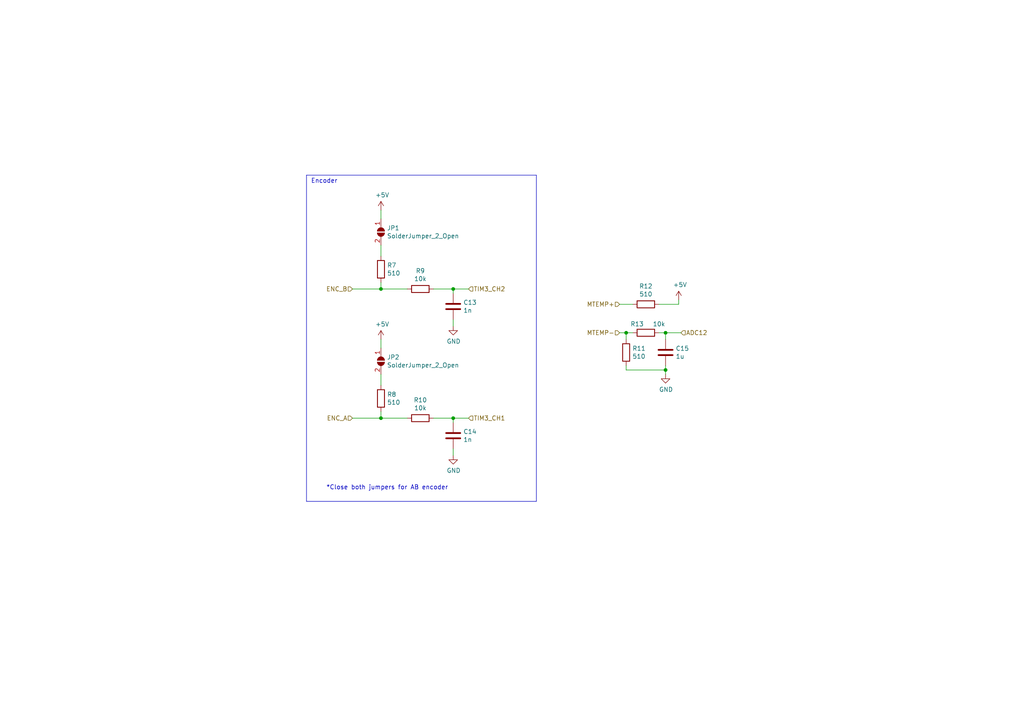
<source format=kicad_sch>
(kicad_sch (version 20230121) (generator eeschema)
  (paper "A4")
  (lib_symbols
    (symbol "Device:C" (pin_numbers hide) (pin_names (offset 0.254))
      (property "Reference" "C" (at 0.635 2.54 0))
      (property "Value" "C" (at 0.635 -2.54 0))
      (symbol "C_0_1"
        (polyline (pts (xy -2.032 -0.762) (xy 2.032 -0.762)) (stroke (width 0.508)))
        (polyline (pts (xy -2.032 0.762) (xy 2.032 0.762)) (stroke (width 0.508)))
      )
      (symbol "C_1_1"
        (pin passive line (at 0 3.81 270) (length 2.794) (name "~") (number "1"))
        (pin passive line (at 0 -3.81 90) (length 2.794) (name "~") (number "2"))
      )
    )
    (symbol "Device:R" (pin_numbers hide) (pin_names (offset 0))
      (property "Reference" "R" (at 2.032 0 90))
      (property "Value" "R" (at 0 0 90))
      (symbol "R_0_1"
        (rectangle (start -1.016 -2.54) (end 1.016 2.54) (stroke (width 0.254)))
      )
      (symbol "R_1_1"
        (pin passive line (at 0 3.81 270) (length 1.27) (name "~") (number "1"))
        (pin passive line (at 0 -3.81 90) (length 1.27) (name "~") (number "2"))
      )
    )
    (symbol "prius_gen2-rescue:+5V-power-prius_gen2-rescue" (power) (pin_names (offset 0))
      (property "Value" "+5V-power-prius_gen2-rescue" (at 0 3.556 0))
      (symbol "+5V-power-prius_gen2-rescue_0_1"
        (polyline (pts (xy -0.762 1.27) (xy 0 2.54)))
        (polyline (pts (xy 0 0) (xy 0 2.54)))
        (polyline (pts (xy 0 2.54) (xy 0.762 1.27)))
      )
      (symbol "+5V-power-prius_gen2-rescue_1_1"
        (pin power_in line (at 0 0 90) (length 0) hide (name "+5V") (number "1"))
      )
    )
    (symbol "prius_gen2-rescue:GND-power-prius_gen2-rescue" (power) (pin_names (offset 0))
      (property "Value" "GND-power-prius_gen2-rescue" (at 0 -3.81 0))
      (symbol "GND-power-prius_gen2-rescue_0_1"
        (polyline (pts (xy 0 0) (xy 0 -1.27) (xy 1.27 -1.27) (xy 0 -2.54) (xy -1.27 -1.27) (xy 0 -1.27)))
      )
      (symbol "GND-power-prius_gen2-rescue_1_1"
        (pin power_in line (at 0 0 270) (length 0) hide (name "GND") (number "1"))
      )
    )
    (symbol "prius_gen2-rescue:SolderJumper_2_Open-Jumper-prius_gen2-rescue" (pin_names (offset 0) hide)
      (property "Reference" "JP" (at 0 2.032 0))
      (property "Value" "SolderJumper_2_Open-Jumper-prius_gen2-rescue" (at 0 -2.54 0))
      (symbol "SolderJumper_2_Open-Jumper-prius_gen2-rescue_0_1"
        (arc (start -0.254 1.016) (mid -1.2656 0) (end -0.254 -1.016))
        (arc (start -0.254 1.016) (mid -1.2656 0) (end -0.254 -1.016) (fill (type outline)))
        (polyline (pts (xy -0.254 1.016) (xy -0.254 -1.016)))
        (polyline (pts (xy 0.254 1.016) (xy 0.254 -1.016)))
        (arc (start 0.254 -1.016) (mid 1.2656 0) (end 0.254 1.016))
        (arc (start 0.254 -1.016) (mid 1.2656 0) (end 0.254 1.016) (fill (type outline)))
      )
      (symbol "SolderJumper_2_Open-Jumper-prius_gen2-rescue_1_1"
        (pin passive line (at -3.81 0 0) (length 2.54) (name "A") (number "1"))
        (pin passive line (at 3.81 0 180) (length 2.54) (name "B") (number "2"))
      )
    )
  )
  (junction (at 181.61 96.52))
  (junction (at 110.49 121.285))
  (junction (at 193.04 107.315))
  (junction (at 131.445 121.285))
  (junction (at 131.445 83.82))
  (junction (at 110.49 83.82))
  (junction (at 193.04 96.52))
  (wire (pts (xy 193.04 106.045) (xy 193.04 107.315)))
  (polyline (pts (xy 88.9 50.8) (xy 155.575 50.8)))
  (wire (pts (xy 110.49 121.285) (xy 102.235 121.285)))
  (wire (pts (xy 131.445 83.82) (xy 125.73 83.82)))
  (wire (pts (xy 181.61 96.52) (xy 183.515 96.52)))
  (wire (pts (xy 196.85 86.995) (xy 196.85 88.265)))
  (polyline (pts (xy 88.9 145.415) (xy 88.9 50.8)))
  (wire (pts (xy 131.445 122.555) (xy 131.445 121.285)))
  (wire (pts (xy 110.49 83.82) (xy 118.11 83.82)))
  (wire (pts (xy 179.705 96.52) (xy 181.61 96.52)))
  (wire (pts (xy 196.85 88.265) (xy 191.135 88.265)))
  (wire (pts (xy 110.49 108.585) (xy 110.49 111.76)))
  (wire (pts (xy 193.04 107.315) (xy 193.04 108.585)))
  (wire (pts (xy 110.49 121.285) (xy 118.11 121.285)))
  (wire (pts (xy 191.135 96.52) (xy 193.04 96.52)))
  (wire (pts (xy 183.515 88.265) (xy 179.705 88.265)))
  (wire (pts (xy 131.445 94.615) (xy 131.445 92.71)))
  (wire (pts (xy 110.49 81.915) (xy 110.49 83.82)))
  (wire (pts (xy 197.485 96.52) (xy 193.04 96.52)))
  (wire (pts (xy 131.445 85.09) (xy 131.445 83.82)))
  (wire (pts (xy 135.89 121.285) (xy 131.445 121.285)))
  (polyline (pts (xy 155.575 145.415) (xy 88.9 145.415)))
  (wire (pts (xy 181.61 98.425) (xy 181.61 96.52)))
  (wire (pts (xy 110.49 83.82) (xy 102.235 83.82)))
  (wire (pts (xy 110.49 98.425) (xy 110.49 100.965)))
  (wire (pts (xy 135.89 83.82) (xy 131.445 83.82)))
  (wire (pts (xy 110.49 71.12) (xy 110.49 74.295)))
  (wire (pts (xy 193.04 107.315) (xy 181.61 107.315)))
  (wire (pts (xy 110.49 60.96) (xy 110.49 63.5)))
  (polyline (pts (xy 155.575 50.8) (xy 155.575 145.415)))
  (wire (pts (xy 181.61 107.315) (xy 181.61 106.045)))
  (wire (pts (xy 110.49 119.38) (xy 110.49 121.285)))
  (wire (pts (xy 131.445 121.285) (xy 125.73 121.285)))
  (wire (pts (xy 131.445 132.08) (xy 131.445 130.175)))
  (wire (pts (xy 193.04 96.52) (xy 193.04 98.425)))
  (text "*Close both jumpers for AB encoder" (at 94.615 142.24 0) (effects (font (size 1.27 1.27)) (justify left bottom)))
  (text "Encoder" (at 90.17 53.34 0) (effects (font (size 1.27 1.27)) (justify left bottom)))
  (hierarchical_label "TIM3_CH2" (shape input) (at 135.89 83.82 0))
  (hierarchical_label "ENC_A" (shape input) (at 102.235 121.285 180))
  (hierarchical_label "MTEMP-" (shape input) (at 179.705 96.52 180))
  (hierarchical_label "ENC_B" (shape input) (at 102.235 83.82 180))
  (hierarchical_label "MTEMP+" (shape input) (at 179.705 88.265 180))
  (hierarchical_label "ADC12" (shape input) (at 197.485 96.52 0))
  (hierarchical_label "TIM3_CH1" (shape input) (at 135.89 121.285 0))
  (symbol (lib_id "Device:R") (at 110.49 78.105 0) (unit 1)
    (property "Reference" "R7" (at 112.268 76.9366 0) (effects (justify left)))
    (property "Value" "510" (at 112.268 79.248 0) (effects (justify left)))
    (property "Footprint" "Resistor_SMD:R_0603_1608Metric" (effects hide))
  )
  (symbol (lib_id "Device:R") (at 121.92 83.82 270) (unit 1)
    (property "Reference" "R9" (at 121.92 78.5622 90))
    (property "Value" "10k" (at 121.92 80.8736 90))
    (property "Footprint" "Resistor_SMD:R_0603_1608Metric" (effects hide))
    (property "LCSC" "C25804" (effects hide))
  )
  (symbol (lib_id "prius_gen2-rescue:SolderJumper_2_Open-Jumper-prius_gen2-rescue") (at 110.49 67.31 270) (unit 1)
    (property "Reference" "JP1" (at 112.2172 66.1416 90) (effects (justify left)))
    (property "Value" "SolderJumper_2_Open" (at 112.2172 68.453 90) (effects (justify left)))
    (property "Footprint" "Jumper:SolderJumper-2_P1.3mm_Open_TrianglePad1.0x1.5mm" (effects hide))
  )
  (symbol (lib_id "prius_gen2-rescue:+5V-power-prius_gen2-rescue") (at 110.49 60.96 0) (unit 1)
    (property "Reference" "#PWR024" (effects hide))
    (property "Value" "+5V" (at 110.871 56.5658 0))
  )
  (symbol (lib_id "Device:C") (at 131.445 88.9 0) (unit 1)
    (property "Reference" "C13" (at 134.366 87.7316 0) (effects (justify left)))
    (property "Value" "1n" (at 134.366 90.043 0) (effects (justify left)))
    (property "Footprint" "Capacitor_SMD:C_0603_1608Metric" (effects hide))
  )
  (symbol (lib_id "prius_gen2-rescue:GND-power-prius_gen2-rescue") (at 131.445 94.615 0) (unit 1)
    (property "Reference" "#PWR026" (effects hide))
    (property "Value" "GND" (at 131.572 99.0092 0))
  )
  (symbol (lib_id "Device:R") (at 110.49 115.57 0) (unit 1)
    (property "Reference" "R8" (at 112.268 114.4016 0) (effects (justify left)))
    (property "Value" "510" (at 112.268 116.713 0) (effects (justify left)))
    (property "Footprint" "Resistor_SMD:R_0603_1608Metric" (effects hide))
  )
  (symbol (lib_id "Device:R") (at 121.92 121.285 270) (unit 1)
    (property "Reference" "R10" (at 121.92 116.0272 90))
    (property "Value" "10k" (at 121.92 118.3386 90))
    (property "Footprint" "Resistor_SMD:R_0603_1608Metric" (effects hide))
    (property "LCSC" "C25804" (effects hide))
  )
  (symbol (lib_id "prius_gen2-rescue:SolderJumper_2_Open-Jumper-prius_gen2-rescue") (at 110.49 104.775 270) (unit 1)
    (property "Reference" "JP2" (at 112.2172 103.6066 90) (effects (justify left)))
    (property "Value" "SolderJumper_2_Open" (at 112.2172 105.918 90) (effects (justify left)))
    (property "Footprint" "Jumper:SolderJumper-2_P1.3mm_Open_TrianglePad1.0x1.5mm" (effects hide))
  )
  (symbol (lib_id "prius_gen2-rescue:+5V-power-prius_gen2-rescue") (at 110.49 98.425 0) (unit 1)
    (property "Reference" "#PWR025" (effects hide))
    (property "Value" "+5V" (at 110.871 94.0308 0))
  )
  (symbol (lib_id "Device:C") (at 131.445 126.365 0) (unit 1)
    (property "Reference" "C14" (at 134.366 125.1966 0) (effects (justify left)))
    (property "Value" "1n" (at 134.366 127.508 0) (effects (justify left)))
    (property "Footprint" "Capacitor_SMD:C_0603_1608Metric" (effects hide))
  )
  (symbol (lib_id "prius_gen2-rescue:GND-power-prius_gen2-rescue") (at 131.445 132.08 0) (unit 1)
    (property "Reference" "#PWR027" (effects hide))
    (property "Value" "GND" (at 131.572 136.4742 0))
  )
  (symbol (lib_id "Device:R") (at 187.325 88.265 90) (unit 1)
    (property "Reference" "R12" (at 187.325 83.0072 90))
    (property "Value" "510" (at 187.325 85.3186 90))
    (property "Footprint" "Resistor_SMD:R_0603_1608Metric" (effects hide))
  )
  (symbol (lib_id "prius_gen2-rescue:+5V-power-prius_gen2-rescue") (at 196.85 86.995 0) (unit 1)
    (property "Reference" "#PWR029" (effects hide))
    (property "Value" "+5V" (at 197.231 82.6008 0))
  )
  (symbol (lib_id "Device:R") (at 187.325 96.52 90) (unit 1)
    (property "Reference" "R13" (at 184.785 93.98 90))
    (property "Value" "10k" (at 191.135 93.98 90))
    (property "Footprint" "Resistor_SMD:R_0603_1608Metric" (effects hide))
    (property "LCSC" "C25804" (effects hide))
  )
  (symbol (lib_id "Device:R") (at 181.61 102.235 0) (unit 1)
    (property "Reference" "R11" (at 183.388 101.0666 0) (effects (justify left)))
    (property "Value" "510" (at 183.388 103.378 0) (effects (justify left)))
    (property "Footprint" "Resistor_SMD:R_0603_1608Metric" (effects hide))
  )
  (symbol (lib_id "Device:C") (at 193.04 102.235 0) (unit 1)
    (property "Reference" "C15" (at 195.961 101.0666 0) (effects (justify left)))
    (property "Value" "1u" (at 195.961 103.378 0) (effects (justify left)))
    (property "Footprint" "Capacitor_SMD:C_0603_1608Metric" (effects hide))
  )
  (symbol (lib_id "prius_gen2-rescue:GND-power-prius_gen2-rescue") (at 193.04 108.585 0) (unit 1)
    (property "Reference" "#PWR028" (effects hide))
    (property "Value" "GND" (at 193.167 112.9792 0))
  )
)
</source>
